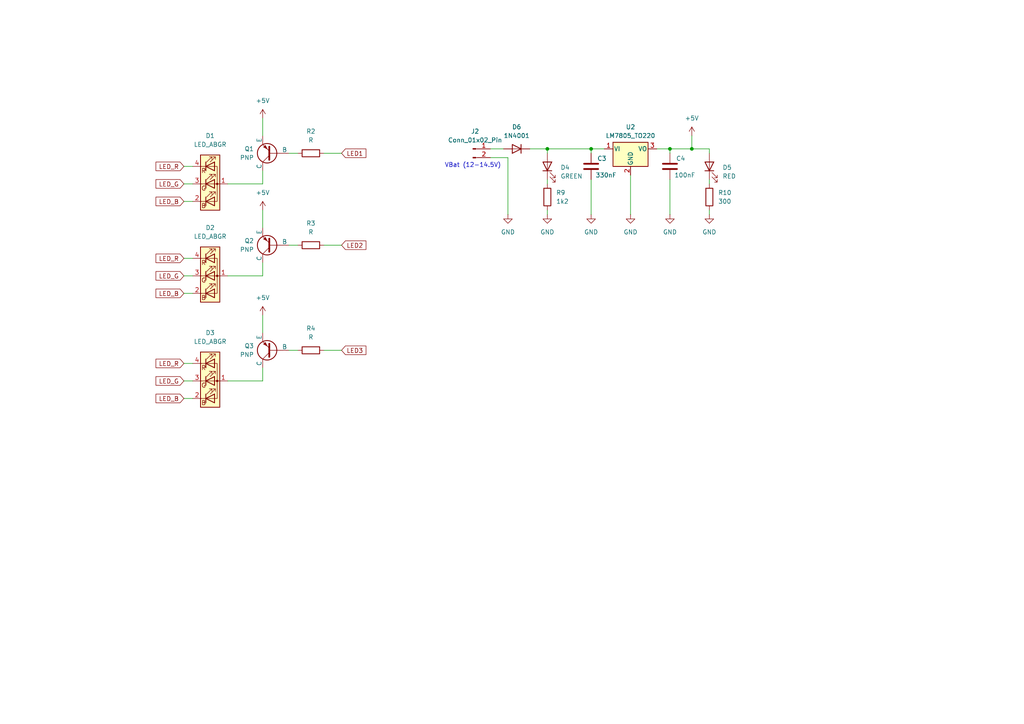
<source format=kicad_sch>
(kicad_sch (version 20250114) (generator "eeschema") (generator_version "9.0")
  (paper "A4")
  (lib_symbols
    (symbol "Connector:Conn_01x02_Pin" (pin_names (offset 1.016) (hide yes))
      (property "Reference" "J" (at 0 2.54 0))
      (property "Value" "Conn_01x02_Pin" (at 0 -5.08 0))
      (symbol "Conn_01x02_Pin_1_1"
        (rectangle (start 0.8636 0.127) (end 0 -0.127) (stroke (width 0.1524)) (fill (type outline)))
        (rectangle (start 0.8636 -2.413) (end 0 -2.667) (stroke (width 0.1524)) (fill (type outline)))
        (polyline (pts (xy 1.27 0) (xy 0.8636 0)) (stroke (width 0.1524)))
        (polyline (pts (xy 1.27 -2.54) (xy 0.8636 -2.54)) (stroke (width 0.1524)))
        (pin passive line (at 5.08 0 180) (length 3.81) (name "Pin_1") (number "1"))
        (pin passive line (at 5.08 -2.54 180) (length 3.81) (name "Pin_2") (number "2"))
      )
    )
    (symbol "Device:C" (pin_numbers (hide yes)) (pin_names (offset 0.254))
      (property "Reference" "C" (at 0.635 2.54 0))
      (property "Value" "C" (at 0.635 -2.54 0))
      (symbol "C_0_1"
        (polyline (pts (xy -2.032 0.762) (xy 2.032 0.762)) (stroke (width 0.508)))
        (polyline (pts (xy -2.032 -0.762) (xy 2.032 -0.762)) (stroke (width 0.508)))
      )
      (symbol "C_1_1"
        (pin passive line (at 0 3.81 270) (length 2.794) (name "~") (number "1"))
        (pin passive line (at 0 -3.81 90) (length 2.794) (name "~") (number "2"))
      )
    )
    (symbol "Device:LED" (pin_numbers (hide yes)) (pin_names (offset 1.016) (hide yes))
      (property "Reference" "D" (at 0 2.54 0))
      (property "Value" "LED" (at 0 -2.54 0))
      (symbol "LED_0_1"
        (polyline (pts (xy -3.048 -0.762) (xy -4.572 -2.286) (xy -3.81 -2.286) (xy -4.572 -2.286) (xy -4.572 -1.524)))
        (polyline (pts (xy -1.778 -0.762) (xy -3.302 -2.286) (xy -2.54 -2.286) (xy -3.302 -2.286) (xy -3.302 -1.524)))
        (polyline (pts (xy -1.27 0) (xy 1.27 0)))
        (polyline (pts (xy -1.27 -1.27) (xy -1.27 1.27)) (stroke (width 0.254)))
        (polyline (pts (xy 1.27 -1.27) (xy 1.27 1.27) (xy -1.27 0) (xy 1.27 -1.27)) (stroke (width 0.254)))
      )
      (symbol "LED_1_1"
        (pin passive line (at -3.81 0 0) (length 2.54) (name "K") (number "1"))
        (pin passive line (at 3.81 0 180) (length 2.54) (name "A") (number "2"))
      )
    )
    (symbol "Device:LED_ABGR" (pin_names (offset 0) (hide yes))
      (property "Reference" "D" (at 0 9.398 0))
      (property "Value" "LED_ABGR" (at 0 -8.89 0))
      (symbol "LED_ABGR_0_0"
        (text "R" (at -1.905 3.81 0) (effects (font (size 1.27 1.27))))
        (text "G" (at -1.905 -1.27 0) (effects (font (size 1.27 1.27))))
        (text "B" (at -1.905 -6.35 0) (effects (font (size 1.27 1.27))))
      )
      (symbol "LED_ABGR_0_1"
        (polyline (pts (xy -1.27 6.35) (xy -1.27 3.81)) (stroke (width 0.254)))
        (polyline (pts (xy -1.27 6.35) (xy -1.27 3.81) (xy -1.27 3.81)))
        (polyline (pts (xy -1.27 5.08) (xy -2.54 5.08)))
        (polyline (pts (xy -1.27 5.08) (xy 1.27 5.08)))
        (polyline (pts (xy -1.27 1.27) (xy -1.27 -1.27)) (stroke (width 0.254)))
        (polyline (pts (xy -1.27 1.27) (xy -1.27 -1.27) (xy -1.27 -1.27)))
        (polyline (pts (xy -1.27 0) (xy -2.54 0)))
        (polyline (pts (xy -1.27 -3.81) (xy -1.27 -6.35)) (stroke (width 0.254)))
        (polyline (pts (xy -1.27 -5.08) (xy -2.54 -5.08)))
        (polyline (pts (xy -1.27 -5.08) (xy 1.27 -5.08)))
        (polyline (pts (xy -1.016 6.35) (xy 0.508 7.874) (xy -0.254 7.874) (xy 0.508 7.874) (xy 0.508 7.112)))
        (polyline (pts (xy -1.016 1.27) (xy 0.508 2.794) (xy -0.254 2.794) (xy 0.508 2.794) (xy 0.508 2.032)))
        (polyline (pts (xy -1.016 -3.81) (xy 0.508 -2.286) (xy -0.254 -2.286) (xy 0.508 -2.286) (xy 0.508 -3.048)))
        (polyline (pts (xy 0 6.35) (xy 1.524 7.874) (xy 0.762 7.874) (xy 1.524 7.874) (xy 1.524 7.112)))
        (polyline (pts (xy 0 1.27) (xy 1.524 2.794) (xy 0.762 2.794) (xy 1.524 2.794) (xy 1.524 2.032)))
        (polyline (pts (xy 0 -3.81) (xy 1.524 -2.286) (xy 0.762 -2.286) (xy 1.524 -2.286) (xy 1.524 -3.048)))
        (polyline (pts (xy 1.27 6.35) (xy 1.27 3.81) (xy -1.27 5.08) (xy 1.27 6.35)) (stroke (width 0.254)))
        (rectangle (start 1.27 6.35) (end 1.27 6.35))
        (rectangle (start 1.27 3.81) (end 1.27 6.35))
        (polyline (pts (xy 1.27 1.27) (xy 1.27 -1.27) (xy -1.27 0) (xy 1.27 1.27)) (stroke (width 0.254)))
        (rectangle (start 1.27 1.27) (end 1.27 1.27))
        (polyline (pts (xy 1.27 0) (xy -1.27 0)))
        (polyline (pts (xy 1.27 0) (xy 2.54 0)))
        (rectangle (start 1.27 -1.27) (end 1.27 1.27))
        (polyline (pts (xy 1.27 -3.81) (xy 1.27 -6.35) (xy -1.27 -5.08) (xy 1.27 -3.81)) (stroke (width 0.254)))
        (polyline (pts (xy 1.27 -5.08) (xy 2.032 -5.08) (xy 2.032 5.08) (xy 1.27 5.08)))
        (circle (center 2.032 0) (radius 0.254) (fill (type outline)))
        (rectangle (start 2.794 8.382) (end -2.794 -7.62) (stroke (width 0.254)) (fill (type background)))
      )
      (symbol "LED_ABGR_1_1"
        (pin passive line (at -5.08 5.08 0) (length 2.54) (name "RK") (number "4"))
        (pin passive line (at -5.08 0 0) (length 2.54) (name "GK") (number "3"))
        (pin passive line (at -5.08 -5.08 0) (length 2.54) (name "BK") (number "2"))
        (pin passive line (at 5.08 0 180) (length 2.54) (name "A") (number "1"))
      )
    )
    (symbol "Device:R" (pin_numbers (hide yes)) (pin_names (offset 0))
      (property "Reference" "R" (at 2.032 0 90))
      (property "Value" "R" (at 0 0 90))
      (symbol "R_0_1"
        (rectangle (start -1.016 -2.54) (end 1.016 2.54) (stroke (width 0.254)))
      )
      (symbol "R_1_1"
        (pin passive line (at 0 3.81 270) (length 1.27) (name "~") (number "1"))
        (pin passive line (at 0 -3.81 90) (length 1.27) (name "~") (number "2"))
      )
    )
    (symbol "Diode:1N4001" (pin_numbers (hide yes)) (pin_names (hide yes))
      (property "Reference" "D" (at 0 2.54 0))
      (property "Value" "1N4001" (at 0 -2.54 0))
      (symbol "1N4001_0_1"
        (polyline (pts (xy -1.27 1.27) (xy -1.27 -1.27)) (stroke (width 0.254)))
        (polyline (pts (xy 1.27 1.27) (xy 1.27 -1.27) (xy -1.27 0) (xy 1.27 1.27)) (stroke (width 0.254)))
        (polyline (pts (xy 1.27 0) (xy -1.27 0)))
      )
      (symbol "1N4001_1_1"
        (pin passive line (at -3.81 0 0) (length 2.54) (name "K") (number "1"))
        (pin passive line (at 3.81 0 180) (length 2.54) (name "A") (number "2"))
      )
    )
    (symbol "Regulator_Linear:LM7805_TO220" (pin_names (offset 0.254))
      (property "Reference" "U" (at -3.81 3.175 0))
      (property "Value" "LM7805_TO220" (at 0 3.175 0))
      (symbol "LM7805_TO220_0_1"
        (rectangle (start -5.08 1.905) (end 5.08 -5.08) (stroke (width 0.254)) (fill (type background)))
      )
      (symbol "LM7805_TO220_1_1"
        (pin power_in line (at -7.62 0 0) (length 2.54) (name "VI") (number "1"))
        (pin power_in line (at 0 -7.62 90) (length 2.54) (name "GND") (number "2"))
        (pin power_out line (at 7.62 0 180) (length 2.54) (name "VO") (number "3"))
      )
    )
    (symbol "Simulation_SPICE:PNP" (pin_numbers (hide yes)) (pin_names (offset 0))
      (property "Reference" "Q" (at -2.54 7.62 0))
      (property "Value" "PNP" (at -2.54 5.08 0))
      (symbol "PNP_0_1"
        (polyline (pts (xy -2.54 0) (xy 0.635 0)) (stroke (width 0.1524)))
        (polyline (pts (xy 0.635 1.905) (xy 0.635 -1.905) (xy 0.635 -1.905)) (stroke (width 0.508)))
        (polyline (pts (xy 0.635 0.635) (xy 2.54 2.54)))
        (polyline (pts (xy 0.635 -0.635) (xy 2.54 -2.54) (xy 2.54 -2.54)))
        (circle (center 1.27 0) (radius 2.8194) (stroke (width 0.254)))
        (polyline (pts (xy 2.286 -1.778) (xy 1.778 -2.286) (xy 1.27 -1.27) (xy 2.286 -1.778) (xy 2.286 -1.778)) (fill (type outline)))
      )
      (symbol "PNP_1_1"
        (pin input line (at -5.08 0 0) (length 2.54) (name "B") (number "2"))
        (pin open_collector line (at 2.54 5.08 270) (length 2.54) (name "C") (number "1"))
        (pin open_emitter line (at 2.54 -5.08 90) (length 2.54) (name "E") (number "3"))
      )
    )
    (symbol "power:+5V" (power) (pin_numbers (hide yes)) (pin_names (offset 0) (hide yes))
      (property "Value" "+5V" (at 0 3.556 0))
      (symbol "+5V_0_1"
        (polyline (pts (xy -0.762 1.27) (xy 0 2.54)))
        (polyline (pts (xy 0 2.54) (xy 0.762 1.27)))
        (polyline (pts (xy 0 0) (xy 0 2.54)))
      )
      (symbol "+5V_1_1"
        (pin power_in line (at 0 0 90) (length 0) (name "~") (number "1"))
      )
    )
    (symbol "power:GND" (power) (pin_numbers (hide yes)) (pin_names (offset 0) (hide yes))
      (property "Value" "GND" (at 0 -3.81 0))
      (symbol "GND_0_1"
        (polyline (pts (xy 0 0) (xy 0 -1.27) (xy 1.27 -1.27) (xy 0 -2.54) (xy -1.27 -1.27) (xy 0 -1.27)))
      )
      (symbol "GND_1_1"
        (pin power_in line (at 0 0 270) (length 0) (name "~") (number "1"))
      )
    )
  )
  (text "VBat (12-14.5V)" (at 137.16 48.006 0) (effects (font (size 1.27 1.27))))
  (junction (at 171.45 43.18))
  (junction (at 200.66 43.18))
  (junction (at 158.75 43.18))
  (junction (at 194.31 43.18))
  (wire (pts (xy 93.98 101.6) (xy 99.06 101.6)))
  (wire (pts (xy 93.98 71.12) (xy 99.06 71.12)))
  (wire (pts (xy 76.2 106.68) (xy 76.2 110.49)))
  (wire (pts (xy 53.34 58.42) (xy 55.88 58.42)))
  (wire (pts (xy 83.82 71.12) (xy 86.36 71.12)))
  (wire (pts (xy 190.5 43.18) (xy 194.31 43.18)))
  (wire (pts (xy 53.34 48.26) (xy 55.88 48.26)))
  (wire (pts (xy 76.2 60.96) (xy 76.2 66.04)))
  (wire (pts (xy 158.75 43.18) (xy 171.45 43.18)))
  (wire (pts (xy 194.31 43.18) (xy 200.66 43.18)))
  (wire (pts (xy 76.2 76.2) (xy 76.2 80.01)))
  (wire (pts (xy 142.24 45.72) (xy 147.32 45.72)))
  (wire (pts (xy 194.31 52.07) (xy 194.31 62.23)))
  (wire (pts (xy 205.74 52.07) (xy 205.74 53.34)))
  (wire (pts (xy 83.82 101.6) (xy 86.36 101.6)))
  (wire (pts (xy 171.45 43.18) (xy 175.26 43.18)))
  (wire (pts (xy 66.04 53.34) (xy 76.2 53.34)))
  (wire (pts (xy 53.34 105.41) (xy 55.88 105.41)))
  (wire (pts (xy 182.88 50.8) (xy 182.88 62.23)))
  (wire (pts (xy 158.75 52.07) (xy 158.75 53.34)))
  (wire (pts (xy 205.74 62.23) (xy 205.74 60.96)))
  (wire (pts (xy 53.34 53.34) (xy 55.88 53.34)))
  (wire (pts (xy 147.32 45.72) (xy 147.32 62.23)))
  (wire (pts (xy 142.24 43.18) (xy 146.05 43.18)))
  (wire (pts (xy 53.34 110.49) (xy 55.88 110.49)))
  (wire (pts (xy 83.82 44.45) (xy 86.36 44.45)))
  (wire (pts (xy 194.31 43.18) (xy 194.31 44.45)))
  (wire (pts (xy 76.2 34.29) (xy 76.2 39.37)))
  (wire (pts (xy 76.2 91.44) (xy 76.2 96.52)))
  (wire (pts (xy 200.66 43.18) (xy 205.74 43.18)))
  (wire (pts (xy 53.34 80.01) (xy 55.88 80.01)))
  (wire (pts (xy 66.04 110.49) (xy 76.2 110.49)))
  (wire (pts (xy 53.34 115.57) (xy 55.88 115.57)))
  (wire (pts (xy 53.34 85.09) (xy 55.88 85.09)))
  (wire (pts (xy 76.2 49.53) (xy 76.2 53.34)))
  (wire (pts (xy 66.04 80.01) (xy 76.2 80.01)))
  (wire (pts (xy 200.66 39.37) (xy 200.66 43.18)))
  (wire (pts (xy 93.98 44.45) (xy 99.06 44.45)))
  (wire (pts (xy 158.75 43.18) (xy 158.75 44.45)))
  (wire (pts (xy 171.45 43.18) (xy 171.45 44.45)))
  (wire (pts (xy 158.75 62.23) (xy 158.75 60.96)))
  (wire (pts (xy 171.45 52.07) (xy 171.45 62.23)))
  (wire (pts (xy 205.74 43.18) (xy 205.74 44.45)))
  (wire (pts (xy 53.34 74.93) (xy 55.88 74.93)))
  (wire (pts (xy 153.67 43.18) (xy 158.75 43.18)))
  (global_label "LED2" (shape input) (at 99.06 71.12 0) (property "Intersheetrefs" "${INTERSHEET_REFS}" (effects (hide yes))))
  (global_label "LED_R" (shape input) (at 53.34 48.26 180) (property "Intersheetrefs" "${INTERSHEET_REFS}" (effects (hide yes))))
  (global_label "LED_B" (shape input) (at 53.34 85.09 180) (property "Intersheetrefs" "${INTERSHEET_REFS}" (effects (hide yes))))
  (global_label "LED_G" (shape input) (at 53.34 53.34 180) (property "Intersheetrefs" "${INTERSHEET_REFS}" (effects (hide yes))))
  (global_label "LED_G" (shape input) (at 53.34 110.49 180) (property "Intersheetrefs" "${INTERSHEET_REFS}" (effects (hide yes))))
  (global_label "LED_B" (shape input) (at 53.34 58.42 180) (property "Intersheetrefs" "${INTERSHEET_REFS}" (effects (hide yes))))
  (global_label "LED_R" (shape input) (at 53.34 105.41 180) (property "Intersheetrefs" "${INTERSHEET_REFS}" (effects (hide yes))))
  (global_label "LED_R" (shape input) (at 53.34 74.93 180) (property "Intersheetrefs" "${INTERSHEET_REFS}" (effects (hide yes))))
  (global_label "LED1" (shape input) (at 99.06 44.45 0) (property "Intersheetrefs" "${INTERSHEET_REFS}" (effects (hide yes))))
  (global_label "LED_G" (shape input) (at 53.34 80.01 180) (property "Intersheetrefs" "${INTERSHEET_REFS}" (effects (hide yes))))
  (global_label "LED3" (shape input) (at 99.06 101.6 0) (property "Intersheetrefs" "${INTERSHEET_REFS}" (effects (hide yes))))
  (global_label "LED_B" (shape input) (at 53.34 115.57 180) (property "Intersheetrefs" "${INTERSHEET_REFS}" (effects (hide yes))))
  (symbol (lib_id "Device:R") (at 90.17 44.45 90) (unit 1)
    (property "Reference" "R2" (at 90.17 38.1 90))
    (property "Value" "R" (at 90.17 40.64 90))
    (property "Description" "Resistor" (effects (hide yes)))
  )
  (symbol (lib_id "Device:LED_ABGR") (at 60.96 53.34 0) (unit 1)
    (property "Reference" "D1" (at 60.96 39.37 0))
    (property "Value" "LED_ABGR" (at 60.96 41.91 0))
    (property "Description" "RGB LED, anode/blue/green/red" (effects (hide yes)))
  )
  (symbol (lib_id "power:GND") (at 182.88 62.23 0) (unit 1)
    (property "Reference" "#PWR013" (effects (hide yes)))
    (property "Value" "GND" (at 182.88 67.31 0))
    (property "Description" "Power symbol creates a global label with name \"GND\" , ground" (effects (hide yes)))
  )
  (symbol (lib_id "power:GND") (at 147.32 62.23 0) (unit 1)
    (property "Reference" "#PWR012" (effects (hide yes)))
    (property "Value" "GND" (at 147.32 67.31 0))
    (property "Description" "Power symbol creates a global label with name \"GND\" , ground" (effects (hide yes)))
  )
  (symbol (lib_id "Simulation_SPICE:PNP") (at 78.74 71.12 180) (unit 1)
    (property "Reference" "Q2" (at 73.66 69.8499 0) (effects (justify left)))
    (property "Value" "PNP" (at 73.66 72.3899 0) (effects (justify left)))
    (property "Datasheet" "https://ngspice.sourceforge.io/docs/ngspice-html-manual/manual.xhtml#cha_BJTs" (effects (hide yes)))
    (property "Description" "Bipolar transistor symbol for simulation only, substrate tied to the emitter" (effects (hide yes)))
    (property "Sim.Device" "PNP" (effects (hide yes)))
    (property "Sim.Type" "GUMMELPOON" (effects (hide yes)))
    (property "Sim.Pins" "1=C 2=B 3=E" (effects (hide yes)))
  )
  (symbol (lib_id "Device:R") (at 205.74 57.15 180) (unit 1)
    (property "Reference" "R10" (at 208.28 55.8799 0) (effects (justify right)))
    (property "Value" "300" (at 208.28 58.4199 0) (effects (justify right)))
    (property "Description" "Resistor" (effects (hide yes)))
  )
  (symbol (lib_id "Device:C") (at 171.45 48.26 0) (unit 1)
    (property "Reference" "C3" (at 173.228 45.974 0) (effects (justify left)))
    (property "Value" "330nF" (at 172.72 50.8 0) (effects (justify left)))
    (property "Description" "Unpolarized capacitor" (effects (hide yes)))
  )
  (symbol (lib_id "power:+5V") (at 76.2 60.96 0) (unit 1)
    (property "Reference" "#PWR05" (effects (hide yes)))
    (property "Value" "+5V" (at 76.2 55.88 0))
    (property "Description" "Power symbol creates a global label with name \"+5V\"" (effects (hide yes)))
  )
  (symbol (lib_id "power:+5V") (at 200.66 39.37 0) (unit 1)
    (property "Reference" "#PWR016" (effects (hide yes)))
    (property "Value" "+5V" (at 200.66 34.29 0))
    (property "Description" "Power symbol creates a global label with name \"+5V\"" (effects (hide yes)))
  )
  (symbol (lib_id "Simulation_SPICE:PNP") (at 78.74 44.45 180) (unit 1)
    (property "Reference" "Q1" (at 73.66 43.1799 0) (effects (justify left)))
    (property "Value" "PNP" (at 73.66 45.7199 0) (effects (justify left)))
    (property "Datasheet" "https://ngspice.sourceforge.io/docs/ngspice-html-manual/manual.xhtml#cha_BJTs" (effects (hide yes)))
    (property "Description" "Bipolar transistor symbol for simulation only, substrate tied to the emitter" (effects (hide yes)))
    (property "Sim.Device" "PNP" (effects (hide yes)))
    (property "Sim.Type" "GUMMELPOON" (effects (hide yes)))
    (property "Sim.Pins" "1=C 2=B 3=E" (effects (hide yes)))
  )
  (symbol (lib_id "Device:R") (at 90.17 101.6 90) (unit 1)
    (property "Reference" "R4" (at 90.17 95.25 90))
    (property "Value" "R" (at 90.17 97.79 90))
    (property "Description" "Resistor" (effects (hide yes)))
  )
  (symbol (lib_id "Connector:Conn_01x02_Pin") (at 137.16 43.18 0) (unit 1)
    (property "Reference" "J2" (at 137.795 38.1 0))
    (property "Value" "Conn_01x02_Pin" (at 137.795 40.64 0))
    (property "Description" "Generic connector, single row, 01x02, script generated" (effects (hide yes)))
  )
  (symbol (lib_id "power:GND") (at 171.45 62.23 0) (unit 1)
    (property "Reference" "#PWR014" (effects (hide yes)))
    (property "Value" "GND" (at 171.45 67.31 0))
    (property "Description" "Power symbol creates a global label with name \"GND\" , ground" (effects (hide yes)))
  )
  (symbol (lib_id "Simulation_SPICE:PNP") (at 78.74 101.6 180) (unit 1)
    (property "Reference" "Q3" (at 73.66 100.3299 0) (effects (justify left)))
    (property "Value" "PNP" (at 73.66 102.8699 0) (effects (justify left)))
    (property "Datasheet" "https://ngspice.sourceforge.io/docs/ngspice-html-manual/manual.xhtml#cha_BJTs" (effects (hide yes)))
    (property "Description" "Bipolar transistor symbol for simulation only, substrate tied to the emitter" (effects (hide yes)))
    (property "Sim.Device" "PNP" (effects (hide yes)))
    (property "Sim.Type" "GUMMELPOON" (effects (hide yes)))
    (property "Sim.Pins" "1=C 2=B 3=E" (effects (hide yes)))
  )
  (symbol (lib_id "power:GND") (at 205.74 62.23 0) (unit 1)
    (property "Reference" "#PWR018" (effects (hide yes)))
    (property "Value" "GND" (at 205.74 67.31 0))
    (property "Description" "Power symbol creates a global label with name \"GND\" , ground" (effects (hide yes)))
  )
  (symbol (lib_id "power:GND") (at 194.31 62.23 0) (unit 1)
    (property "Reference" "#PWR015" (effects (hide yes)))
    (property "Value" "GND" (at 194.31 67.31 0))
    (property "Description" "Power symbol creates a global label with name \"GND\" , ground" (effects (hide yes)))
  )
  (symbol (lib_id "Device:C") (at 194.31 48.26 0) (unit 1)
    (property "Reference" "C4" (at 196.088 45.974 0) (effects (justify left)))
    (property "Value" "100nF" (at 195.58 50.8 0) (effects (justify left)))
    (property "Description" "Unpolarized capacitor" (effects (hide yes)))
  )
  (symbol (lib_id "power:GND") (at 158.75 62.23 0) (unit 1)
    (property "Reference" "#PWR017" (effects (hide yes)))
    (property "Value" "GND" (at 158.75 67.31 0))
    (property "Description" "Power symbol creates a global label with name \"GND\" , ground" (effects (hide yes)))
  )
  (symbol (lib_id "Device:LED") (at 205.74 48.26 90) (unit 1)
    (property "Reference" "D5" (at 209.55 48.5774 90) (effects (justify right)))
    (property "Value" "RED" (at 209.55 51.1174 90) (effects (justify right)))
    (property "Description" "Light emitting diode" (effects (hide yes)))
  )
  (symbol (lib_id "Device:LED_ABGR") (at 60.96 110.49 0) (unit 1)
    (property "Reference" "D3" (at 60.96 96.52 0))
    (property "Value" "LED_ABGR" (at 60.96 99.06 0))
    (property "Description" "RGB LED, anode/blue/green/red" (effects (hide yes)))
  )
  (symbol (lib_id "Diode:1N4001") (at 149.86 43.18 180) (unit 1)
    (property "Reference" "D6" (at 149.86 36.83 0))
    (property "Value" "1N4001" (at 149.86 39.37 0))
    (property "Footprint" "Diode_THT:D_DO-41_SOD81_P10.16mm_Horizontal" (effects (hide yes)))
    (property "Datasheet" "http://www.vishay.com/docs/88503/1n4001.pdf" (effects (hide yes)))
    (property "Description" "50V 1A General Purpose Rectifier Diode, DO-41" (effects (hide yes)))
    (property "Sim.Device" "D" (effects (hide yes)))
    (property "Sim.Pins" "1=K 2=A" (effects (hide yes)))
  )
  (symbol (lib_id "Regulator_Linear:LM7805_TO220") (at 182.88 43.18 0) (unit 1)
    (property "Reference" "U2" (at 182.88 36.83 0))
    (property "Value" "LM7805_TO220" (at 182.88 39.37 0))
    (property "Footprint" "Package_TO_SOT_THT:TO-220-3_Vertical" (effects (hide yes)))
    (property "Datasheet" "https://www.onsemi.cn/PowerSolutions/document/MC7800-D.PDF" (effects (hide yes)))
    (property "Description" "Positive 1A 35V Linear Regulator, Fixed Output 5V, TO-220" (effects (hide yes)))
  )
  (symbol (lib_id "power:+5V") (at 76.2 34.29 0) (unit 1)
    (property "Reference" "#PWR04" (effects (hide yes)))
    (property "Value" "+5V" (at 76.2 29.21 0))
    (property "Description" "Power symbol creates a global label with name \"+5V\"" (effects (hide yes)))
  )
  (symbol (lib_id "power:+5V") (at 76.2 91.44 0) (unit 1)
    (property "Reference" "#PWR06" (effects (hide yes)))
    (property "Value" "+5V" (at 76.2 86.36 0))
    (property "Description" "Power symbol creates a global label with name \"+5V\"" (effects (hide yes)))
  )
  (symbol (lib_id "Device:R") (at 158.75 57.15 180) (unit 1)
    (property "Reference" "R9" (at 161.29 55.8799 0) (effects (justify right)))
    (property "Value" "1k2" (at 161.29 58.4199 0) (effects (justify right)))
    (property "Description" "Resistor" (effects (hide yes)))
  )
  (symbol (lib_id "Device:R") (at 90.17 71.12 90) (unit 1)
    (property "Reference" "R3" (at 90.17 64.77 90))
    (property "Value" "R" (at 90.17 67.31 90))
    (property "Description" "Resistor" (effects (hide yes)))
  )
  (symbol (lib_id "Device:LED") (at 158.75 48.26 90) (unit 1)
    (property "Reference" "D4" (at 162.56 48.5774 90) (effects (justify right)))
    (property "Value" "GREEN" (at 162.56 51.1174 90) (effects (justify right)))
    (property "Description" "Light emitting diode" (effects (hide yes)))
  )
  (symbol (lib_id "Device:LED_ABGR") (at 60.96 80.01 0) (unit 1)
    (property "Reference" "D2" (at 60.96 66.04 0))
    (property "Value" "LED_ABGR" (at 60.96 68.58 0))
    (property "Description" "RGB LED, anode/blue/green/red" (effects (hide yes)))
  )
)
</source>
